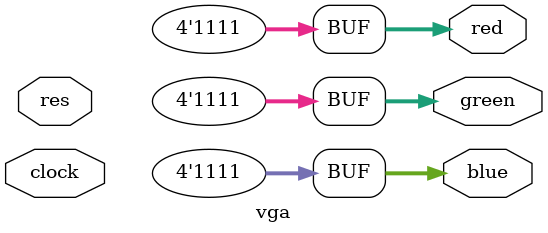
<source format=v>
`timescale 1ns / 1ps
module vga(
    input clock,
    input res,
	output[3:0] red,
	output[3:0] green,
	output[3:0] blue
);

    wire[3:0] red;
	wire[3:0] green;
	wire[3:0] blue;


    assign red = 4'b1111;
    assign green = 4'b1111;
    assign blue = 4'b1111;
    
endmodule

</source>
